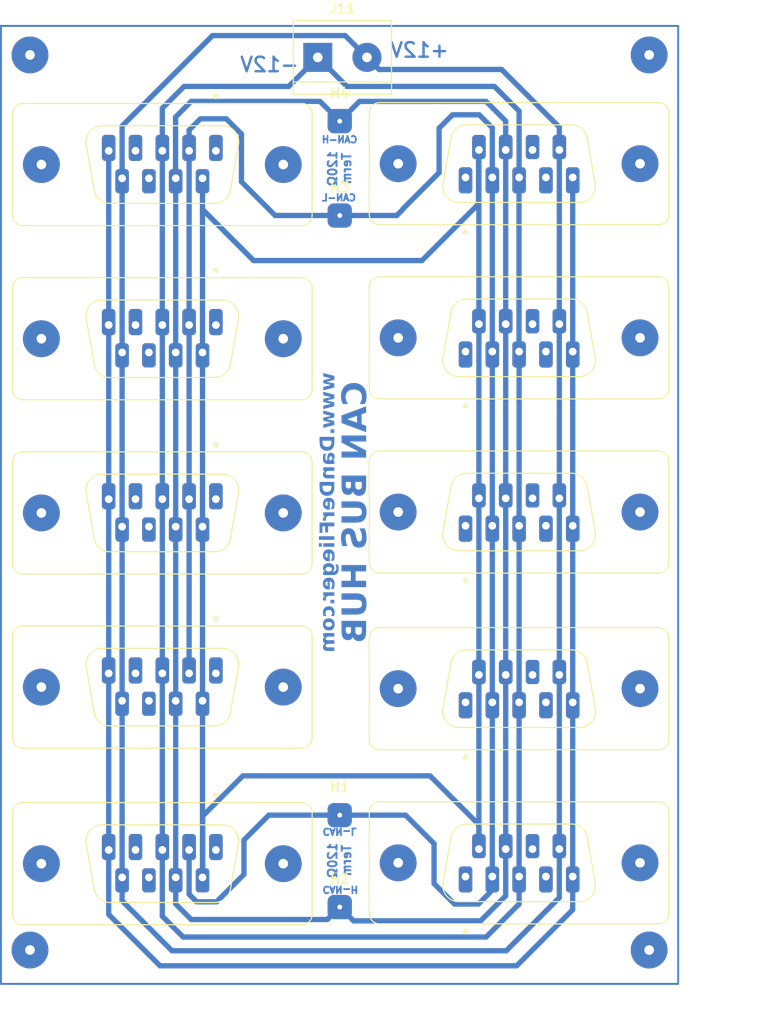
<source format=kicad_pcb>
(kicad_pcb (version 20221018) (generator pcbnew)
  (layers (0 "F.Cu" signal) (31 "B.Cu" signal) (34 "B.Paste" user) (35 "F.Paste" user) (36 "B.SilkS" user "B.Silkscreen") (37 "F.SilkS" user "F.Silkscreen") (38 "B.Mask" user) (39 "F.Mask" user) (44 "Edge.Cuts" user))
  (net 0 "")
  (net 2 "Net-(H1-Pad1)")
  (net 4 "Net-(J1-Pad5)")
  (net 5 "Net-(J1-Pad6)")
  (net 6 "Net-(H2-Pad1)")
  (net 8 "Net-(J11-Pin_2)")
  (net 36 "Net-(J11-Pin_1)")
  (footprint "Library:DSUB-9_Female_Vertical_P2.77x2.84mm_MountingHoles Custom Pads 2" (layer "F.Cu") (at 72.2172 62.9072)
    (fp_text reference "J1" hide)
    (fp_text value "DE9_Receptacle")
    (pad "0" thru_hole circle (at -18.04 1.42) (size 3.81 3.81) (drill 1) (layers "*.Cu" "*.Mask"))
    (pad "0" thru_hole circle (at 6.96 1.42) (size 3.81 3.81) (drill 1) (layers "*.Cu" "*.Mask"))
    (pad "1" thru_hole roundrect (at 0 0) (size 1.4 2.7) (drill 0.8 (offset 0 -0.3)) (layers "*.Cu" "*.Mask"))
    (pad "2" thru_hole roundrect (at -2.77 0) (size 1.4 2.7) (drill 0.8 (offset 0 -0.3)) (layers "*.Cu" "*.Mask") (net 2 "Net-(H1-Pad1)"))
    (pad "3" thru_hole roundrect (at -5.54 0) (size 1.4 2.7) (drill 0.8 (offset 0 -0.3)) (layers "*.Cu" "*.Mask") (net 36 "Net-(J11-Pin_1)"))
    (pad "4" thru_hole roundrect (at -8.31 0) (size 1.4 2.7) (drill 0.8 (offset 0 -0.3)) (layers "*.Cu" "*.Mask"))
    (pad "5" thru_hole roundrect (at -11.08 0) (size 1.4 2.7) (drill 0.8 (offset 0 -0.3)) (layers "*.Cu" "*.Mask") (net 4 "Net-(J1-Pad5)"))
    (pad "6" thru_hole roundrect (at -1.385 2.84) (size 1.4 2.5) (drill 0.8 (offset 0 0.3)) (layers "*.Cu" "*.Mask") (net 5 "Net-(J1-Pad6)"))
    (pad "7" thru_hole roundrect (at -4.155 2.84) (size 1.4 2.5) (drill 0.8 (offset 0 0.3)) (layers "*.Cu" "*.Mask") (net 6 "Net-(H2-Pad1)"))
    (pad "8" thru_hole roundrect (at -6.925 2.84) (size 1.4 2.5) (drill 0.8 (offset 0 0.3)) (layers "*.Cu" "*.Mask"))
    (pad "9" thru_hole roundrect (at -9.695 2.84) (size 1.4 2.5) (drill 0.8 (offset 0 0.3)) (layers "*.Cu" "*.Mask") (net 8 "Net-(J11-Pin_2)"))
  )
  (footprint "MountingHole:MountingHole_2.2mm_M2_DIN965_Pad" (layer "F.Cu") (at 85.0172 69.59)
    (fp_text reference "H3" (at 0 -2.9) (layer "F.SilkS"))
    (fp_text value "MountingHole_Pad")
    (pad "2" thru_hole roundrect (at 0 0) (size 2.5 2.5) (drill 0.5) (layers "*.Cu" "*.Mask") (net 2 "Net-(H1-Pad1)"))
  )
  (footprint "Library:DSUB-9_Female_Vertical_P2.77x2.84mm_MountingHoles Custom Pads 2" (layer "F.Cu") (at 98.0172 101.6572 180)
    (fp_text reference "J8" hide)
    (fp_text value "DE9_Receptacle")
    (pad "0" thru_hole circle (at -18.04 1.42 180) (size 3.81 3.81) (drill 1) (layers "*.Cu" "*.Mask"))
    (pad "0" thru_hole circle (at 6.96 1.42 180) (size 3.81 3.81) (drill 1) (layers "*.Cu" "*.Mask"))
    (pad "1" thru_hole roundrect (at 0 0 180) (size 1.4 2.7) (drill 0.8 (offset 0 -0.3)) (layers "*.Cu" "*.Mask"))
    (pad "2" thru_hole roundrect (at -2.77 0 180) (size 1.4 2.7) (drill 0.8 (offset 0 -0.3)) (layers "*.Cu" "*.Mask") (net 2 "Net-(H1-Pad1)"))
    (pad "3" thru_hole roundrect (at -5.54 0 180) (size 1.4 2.7) (drill 0.8 (offset 0 -0.3)) (layers "*.Cu" "*.Mask") (net 36 "Net-(J11-Pin_1)"))
    (pad "4" thru_hole roundrect (at -8.31 0 180) (size 1.4 2.7) (drill 0.8 (offset 0 -0.3)) (layers "*.Cu" "*.Mask"))
    (pad "5" thru_hole roundrect (at -11.08 0 180) (size 1.4 2.7) (drill 0.8 (offset 0 -0.3)) (layers "*.Cu" "*.Mask") (net 4 "Net-(J1-Pad5)"))
    (pad "6" thru_hole roundrect (at -1.385 2.84 180) (size 1.4 2.5) (drill 0.8 (offset 0 0.3)) (layers "*.Cu" "*.Mask") (net 5 "Net-(J1-Pad6)"))
    (pad "7" thru_hole roundrect (at -4.155 2.84 180) (size 1.4 2.5) (drill 0.8 (offset 0 0.3)) (layers "*.Cu" "*.Mask") (net 6 "Net-(H2-Pad1)"))
    (pad "8" thru_hole roundrect (at -6.925 2.84 180) (size 1.4 2.5) (drill 0.8 (offset 0 0.3)) (layers "*.Cu" "*.Mask"))
    (pad "9" thru_hole roundrect (at -9.695 2.84 180) (size 1.4 2.5) (drill 0.8 (offset 0 0.3)) (layers "*.Cu" "*.Mask") (net 8 "Net-(J11-Pin_2)"))
  )
  (footprint "Library:DSUB-9_Female_Vertical_P2.77x2.84mm_MountingHoles Custom Pads 2" (layer "F.Cu") (at 98.0172 65.6572 180)
    (fp_text reference "J10" hide)
    (fp_text value "DE9_Receptacle")
    (pad "0" thru_hole circle (at -18.04 1.42 180) (size 3.81 3.81) (drill 1) (layers "*.Cu" "*.Mask"))
    (pad "0" thru_hole circle (at 6.96 1.42 180) (size 3.81 3.81) (drill 1) (layers "*.Cu" "*.Mask"))
    (pad "1" thru_hole roundrect (at 0 0 180) (size 1.4 2.7) (drill 0.8 (offset 0 -0.3)) (layers "*.Cu" "*.Mask"))
    (pad "2" thru_hole roundrect (at -2.77 0 180) (size 1.4 2.7) (drill 0.8 (offset 0 -0.3)) (layers "*.Cu" "*.Mask") (net 2 "Net-(H1-Pad1)"))
    (pad "3" thru_hole roundrect (at -5.54 0 180) (size 1.4 2.7) (drill 0.8 (offset 0 -0.3)) (layers "*.Cu" "*.Mask") (net 36 "Net-(J11-Pin_1)"))
    (pad "4" thru_hole roundrect (at -8.31 0 180) (size 1.4 2.7) (drill 0.8 (offset 0 -0.3)) (layers "*.Cu" "*.Mask"))
    (pad "5" thru_hole roundrect (at -11.08 0 180) (size 1.4 2.7) (drill 0.8 (offset 0 -0.3)) (layers "*.Cu" "*.Mask") (net 4 "Net-(J1-Pad5)"))
    (pad "6" thru_hole roundrect (at -1.385 2.84 180) (size 1.4 2.5) (drill 0.8 (offset 0 0.3)) (layers "*.Cu" "*.Mask") (net 5 "Net-(J1-Pad6)"))
    (pad "7" thru_hole roundrect (at -4.155 2.84 180) (size 1.4 2.5) (drill 0.8 (offset 0 0.3)) (layers "*.Cu" "*.Mask") (net 6 "Net-(H2-Pad1)"))
    (pad "8" thru_hole roundrect (at -6.925 2.84 180) (size 1.4 2.5) (drill 0.8 (offset 0 0.3)) (layers "*.Cu" "*.Mask"))
    (pad "9" thru_hole roundrect (at -9.695 2.84 180) (size 1.4 2.5) (drill 0.8 (offset 0 0.3)) (layers "*.Cu" "*.Mask") (net 8 "Net-(J11-Pin_2)"))
  )
  (footprint "TerminalBlock:TerminalBlock_bornier-2_P5.08mm" (layer "F.Cu") (at 82.75 53.25)
    (fp_text reference "J11" (at 2.54 -5.08) (layer "F.SilkS"))
    (fp_text value "Screw_Terminal_01x02")
    (pad "1" thru_hole rect (at 0 0) (size 3 3) (drill 1) (layers "*.Cu" "*.Mask") (net 36 "Net-(J11-Pin_1)"))
    (pad "2" thru_hole circle (at 5.08 0) (size 3 3) (drill 1) (layers "*.Cu" "*.Mask") (net 8 "Net-(J11-Pin_2)"))
  )
  (footprint "Library:DSUB-9_Female_Vertical_P2.77x2.84mm_MountingHoles Custom Pads 2" (layer "F.Cu") (at 98.0172 83.6572 180)
    (fp_text reference "J9" hide)
    (fp_text value "DE9_Receptacle")
    (pad "0" thru_hole circle (at -18.04 1.42 180) (size 3.81 3.81) (drill 1) (layers "*.Cu" "*.Mask"))
    (pad "0" thru_hole circle (at 6.96 1.42 180) (size 3.81 3.81) (drill 1) (layers "*.Cu" "*.Mask"))
    (pad "1" thru_hole roundrect (at 0 0 180) (size 1.4 2.7) (drill 0.8 (offset 0 -0.3)) (layers "*.Cu" "*.Mask"))
    (pad "2" thru_hole roundrect (at -2.77 0 180) (size 1.4 2.7) (drill 0.8 (offset 0 -0.3)) (layers "*.Cu" "*.Mask") (net 2 "Net-(H1-Pad1)"))
    (pad "3" thru_hole roundrect (at -5.54 0 180) (size 1.4 2.7) (drill 0.8 (offset 0 -0.3)) (layers "*.Cu" "*.Mask") (net 36 "Net-(J11-Pin_1)"))
    (pad "4" thru_hole roundrect (at -8.31 0 180) (size 1.4 2.7) (drill 0.8 (offset 0 -0.3)) (layers "*.Cu" "*.Mask"))
    (pad "5" thru_hole roundrect (at -11.08 0 180) (size 1.4 2.7) (drill 0.8 (offset 0 -0.3)) (layers "*.Cu" "*.Mask") (net 4 "Net-(J1-Pad5)"))
    (pad "6" thru_hole roundrect (at -1.385 2.84 180) (size 1.4 2.5) (drill 0.8 (offset 0 0.3)) (layers "*.Cu" "*.Mask") (net 5 "Net-(J1-Pad6)"))
    (pad "7" thru_hole roundrect (at -4.155 2.84 180) (size 1.4 2.5) (drill 0.8 (offset 0 0.3)) (layers "*.Cu" "*.Mask") (net 6 "Net-(H2-Pad1)"))
    (pad "8" thru_hole roundrect (at -6.925 2.84 180) (size 1.4 2.5) (drill 0.8 (offset 0 0.3)) (layers "*.Cu" "*.Mask"))
    (pad "9" thru_hole roundrect (at -9.695 2.84 180) (size 1.4 2.5) (drill 0.8 (offset 0 0.3)) (layers "*.Cu" "*.Mask") (net 8 "Net-(J11-Pin_2)"))
  )
  (footprint "Library:DSUB-9_Female_Vertical_P2.77x2.84mm_MountingHoles Custom Pads 2" (layer "F.Cu") (at 72.2172 80.9072)
    (fp_text reference "J2" hide)
    (fp_text value "DE9_Receptacle")
    (pad "0" thru_hole circle (at -18.04 1.42) (size 3.81 3.81) (drill 1) (layers "*.Cu" "*.Mask"))
    (pad "0" thru_hole circle (at 6.96 1.42) (size 3.81 3.81) (drill 1) (layers "*.Cu" "*.Mask"))
    (pad "1" thru_hole roundrect (at 0 0) (size 1.4 2.7) (drill 0.8 (offset 0 -0.3)) (layers "*.Cu" "*.Mask"))
    (pad "2" thru_hole roundrect (at -2.77 0) (size 1.4 2.7) (drill 0.8 (offset 0 -0.3)) (layers "*.Cu" "*.Mask") (net 2 "Net-(H1-Pad1)"))
    (pad "3" thru_hole roundrect (at -5.54 0) (size 1.4 2.7) (drill 0.8 (offset 0 -0.3)) (layers "*.Cu" "*.Mask") (net 36 "Net-(J11-Pin_1)"))
    (pad "4" thru_hole roundrect (at -8.31 0) (size 1.4 2.7) (drill 0.8 (offset 0 -0.3)) (layers "*.Cu" "*.Mask"))
    (pad "5" thru_hole roundrect (at -11.08 0) (size 1.4 2.7) (drill 0.8 (offset 0 -0.3)) (layers "*.Cu" "*.Mask") (net 4 "Net-(J1-Pad5)"))
    (pad "6" thru_hole roundrect (at -1.385 2.84) (size 1.4 2.5) (drill 0.8 (offset 0 0.3)) (layers "*.Cu" "*.Mask") (net 5 "Net-(J1-Pad6)"))
    (pad "7" thru_hole roundrect (at -4.155 2.84) (size 1.4 2.5) (drill 0.8 (offset 0 0.3)) (layers "*.Cu" "*.Mask") (net 6 "Net-(H2-Pad1)"))
    (pad "8" thru_hole roundrect (at -6.925 2.84) (size 1.4 2.5) (drill 0.8 (offset 0 0.3)) (layers "*.Cu" "*.Mask"))
    (pad "9" thru_hole roundrect (at -9.695 2.84) (size 1.4 2.5) (drill 0.8 (offset 0 0.3)) (layers "*.Cu" "*.Mask") (net 8 "Net-(J11-Pin_2)"))
  )
  (footprint "Library:DSUB-9_Female_Vertical_P2.77x2.84mm_MountingHoles Custom Pads 2" (layer "F.Cu") (at 98.0172 119.9072 180)
    (fp_text reference "J7" hide)
    (fp_text value "DE9_Receptacle")
    (pad "0" thru_hole circle (at -18.04 1.42 180) (size 3.81 3.81) (drill 1) (layers "*.Cu" "*.Mask"))
    (pad "0" thru_hole circle (at 6.96 1.42 180) (size 3.81 3.81) (drill 1) (layers "*.Cu" "*.Mask"))
    (pad "1" thru_hole roundrect (at 0 0 180) (size 1.4 2.7) (drill 0.8 (offset 0 -0.3)) (layers "*.Cu" "*.Mask"))
    (pad "2" thru_hole roundrect (at -2.77 0 180) (size 1.4 2.7) (drill 0.8 (offset 0 -0.3)) (layers "*.Cu" "*.Mask") (net 2 "Net-(H1-Pad1)"))
    (pad "3" thru_hole roundrect (at -5.54 0 180) (size 1.4 2.7) (drill 0.8 (offset 0 -0.3)) (layers "*.Cu" "*.Mask") (net 36 "Net-(J11-Pin_1)"))
    (pad "4" thru_hole roundrect (at -8.31 0 180) (size 1.4 2.7) (drill 0.8 (offset 0 -0.3)) (layers "*.Cu" "*.Mask"))
    (pad "5" thru_hole roundrect (at -11.08 0 180) (size 1.4 2.7) (drill 0.8 (offset 0 -0.3)) (layers "*.Cu" "*.Mask") (net 4 "Net-(J1-Pad5)"))
    (pad "6" thru_hole roundrect (at -1.385 2.84 180) (size 1.4 2.5) (drill 0.8 (offset 0 0.3)) (layers "*.Cu" "*.Mask") (net 5 "Net-(J1-Pad6)"))
    (pad "7" thru_hole roundrect (at -4.155 2.84 180) (size 1.4 2.5) (drill 0.8 (offset 0 0.3)) (layers "*.Cu" "*.Mask") (net 6 "Net-(H2-Pad1)"))
    (pad "8" thru_hole roundrect (at -6.925 2.84 180) (size 1.4 2.5) (drill 0.8 (offset 0 0.3)) (layers "*.Cu" "*.Mask"))
    (pad "9" thru_hole roundrect (at -9.695 2.84 180) (size 1.4 2.5) (drill 0.8 (offset 0 0.3)) (layers "*.Cu" "*.Mask") (net 8 "Net-(J11-Pin_2)"))
  )
  (footprint "MountingHole:MountingHole_2.2mm_M2_DIN965_Pad" (layer "F.Cu") (at 85.0172 141.062)
    (fp_text reference "H2" (at 0 -2.9) (layer "F.SilkS"))
    (fp_text value "MountingHole_Pad")
    (pad "4" thru_hole roundrect (at 0 0) (size 2.5 2.5) (drill 0.5) (layers "*.Cu" "*.Mask") (net 6 "Net-(H2-Pad1)"))
  )
  (footprint "Library:DSUB-9_Female_Vertical_P2.77x2.84mm_MountingHoles Custom Pads 2" (layer "F.Cu") (at 98.0172 137.9072 180)
    (fp_text reference "J6" hide)
    (fp_text value "DE9_Receptacle")
    (pad "0" thru_hole circle (at -18.04 1.42 180) (size 3.81 3.81) (drill 1) (layers "*.Cu" "*.Mask"))
    (pad "0" thru_hole circle (at 6.96 1.42 180) (size 3.81 3.81) (drill 1) (layers "*.Cu" "*.Mask"))
    (pad "1" thru_hole roundrect (at 0 0 180) (size 1.4 2.7) (drill 0.8 (offset 0 -0.3)) (layers "*.Cu" "*.Mask"))
    (pad "2" thru_hole roundrect (at -2.77 0 180) (size 1.4 2.7) (drill 0.8 (offset 0 -0.3)) (layers "*.Cu" "*.Mask") (net 2 "Net-(H1-Pad1)"))
    (pad "3" thru_hole roundrect (at -5.54 0 180) (size 1.4 2.7) (drill 0.8 (offset 0 -0.3)) (layers "*.Cu" "*.Mask") (net 36 "Net-(J11-Pin_1)"))
    (pad "4" thru_hole roundrect (at -8.31 0 180) (size 1.4 2.7) (drill 0.8 (offset 0 -0.3)) (layers "*.Cu" "*.Mask"))
    (pad "5" thru_hole roundrect (at -11.08 0 180) (size 1.4 2.7) (drill 0.8 (offset 0 -0.3)) (layers "*.Cu" "*.Mask") (net 4 "Net-(J1-Pad5)"))
    (pad "6" thru_hole roundrect (at -1.385 2.84 180) (size 1.4 2.5) (drill 0.8 (offset 0 0.3)) (layers "*.Cu" "*.Mask") (net 5 "Net-(J1-Pad6)"))
    (pad "7" thru_hole roundrect (at -4.155 2.84 180) (size 1.4 2.5) (drill 0.8 (offset 0 0.3)) (layers "*.Cu" "*.Mask") (net 6 "Net-(H2-Pad1)"))
    (pad "8" thru_hole roundrect (at -6.925 2.84 180) (size 1.4 2.5) (drill 0.8 (offset 0 0.3)) (layers "*.Cu" "*.Mask"))
    (pad "9" thru_hole roundrect (at -9.695 2.84 180) (size 1.4 2.5) (drill 0.8 (offset 0 0.3)) (layers "*.Cu" "*.Mask") (net 8 "Net-(J11-Pin_2)"))
  )
  (footprint "MountingHole:MountingHole_2.2mm_M2_DIN965_Pad" (layer "F.Cu") (at 85.0172 59.84)
    (fp_text reference "H4" (at 0 -2.9) (layer "F.SilkS"))
    (fp_text value "MountingHole_Pad")
    (pad "1" thru_hole roundrect (at 0 0) (size 2.5 2.5) (drill 0.5) (layers "*.Cu" "*.Mask") (net 6 "Net-(H2-Pad1)"))
  )
  (footprint "Library:DSUB-9_Female_Vertical_P2.77x2.84mm_MountingHoles Custom Pads 2" (layer "F.Cu") (at 72.2172 116.9072)
    (fp_text reference "J4" hide)
    (fp_text value "DE9_Receptacle")
    (pad "0" thru_hole circle (at -18.04 1.42) (size 3.81 3.81) (drill 1) (layers "*.Cu" "*.Mask"))
    (pad "0" thru_hole circle (at 6.96 1.42) (size 3.81 3.81) (drill 1) (layers "*.Cu" "*.Mask"))
    (pad "1" thru_hole roundrect (at 0 0) (size 1.4 2.7) (drill 0.8 (offset 0 -0.3)) (layers "*.Cu" "*.Mask"))
    (pad "2" thru_hole roundrect (at -2.77 0) (size 1.4 2.7) (drill 0.8 (offset 0 -0.3)) (layers "*.Cu" "*.Mask") (net 2 "Net-(H1-Pad1)"))
    (pad "3" thru_hole roundrect (at -5.54 0) (size 1.4 2.7) (drill 0.8 (offset 0 -0.3)) (layers "*.Cu" "*.Mask") (net 36 "Net-(J11-Pin_1)"))
    (pad "4" thru_hole roundrect (at -8.31 0) (size 1.4 2.7) (drill 0.8 (offset 0 -0.3)) (layers "*.Cu" "*.Mask"))
    (pad "5" thru_hole roundrect (at -11.08 0) (size 1.4 2.7) (drill 0.8 (offset 0 -0.3)) (layers "*.Cu" "*.Mask") (net 4 "Net-(J1-Pad5)"))
    (pad "6" thru_hole roundrect (at -1.385 2.84) (size 1.4 2.5) (drill 0.8 (offset 0 0.3)) (layers "*.Cu" "*.Mask") (net 5 "Net-(J1-Pad6)"))
    (pad "7" thru_hole roundrect (at -4.155 2.84) (size 1.4 2.5) (drill 0.8 (offset 0 0.3)) (layers "*.Cu" "*.Mask") (net 6 "Net-(H2-Pad1)"))
    (pad "8" thru_hole roundrect (at -6.925 2.84) (size 1.4 2.5) (drill 0.8 (offset 0 0.3)) (layers "*.Cu" "*.Mask"))
    (pad "9" thru_hole roundrect (at -9.695 2.84) (size 1.4 2.5) (drill 0.8 (offset 0 0.3)) (layers "*.Cu" "*.Mask") (net 8 "Net-(J11-Pin_2)"))
  )
  (footprint "Library:DSUB-9_Female_Vertical_P2.77x2.84mm_MountingHoles Custom Pads 2" (layer "F.Cu") (at 72.2172 98.9072)
    (fp_text reference "J3" hide)
    (fp_text value "DE9_Receptacle")
    (pad "0" thru_hole circle (at -18.04 1.42) (size 3.81 3.81) (drill 1) (layers "*.Cu" "*.Mask"))
    (pad "0" thru_hole circle (at 6.96 1.42) (size 3.81 3.81) (drill 1) (layers "*.Cu" "*.Mask"))
    (pad "1" thru_hole roundrect (at 0 0) (size 1.4 2.7) (drill 0.8 (offset 0 -0.3)) (layers "*.Cu" "*.Mask"))
    (pad "2" thru_hole roundrect (at -2.77 0) (size 1.4 2.7) (drill 0.8 (offset 0 -0.3)) (layers "*.Cu" "*.Mask") (net 2 "Net-(H1-Pad1)"))
    (pad "3" thru_hole roundrect (at -5.54 0) (size 1.4 2.7) (drill 0.8 (offset 0 -0.3)) (layers "*.Cu" "*.Mask") (net 36 "Net-(J11-Pin_1)"))
    (pad "4" thru_hole roundrect (at -8.31 0) (size 1.4 2.7) (drill 0.8 (offset 0 -0.3)) (layers "*.Cu" "*.Mask"))
    (pad "5" thru_hole roundrect (at -11.08 0) (size 1.4 2.7) (drill 0.8 (offset 0 -0.3)) (layers "*.Cu" "*.Mask") (net 4 "Net-(J1-Pad5)"))
    (pad "6" thru_hole roundrect (at -1.385 2.84) (size 1.4 2.5) (drill 0.8 (offset 0 0.3)) (layers "*.Cu" "*.Mask") (net 5 "Net-(J1-Pad6)"))
    (pad "7" thru_hole roundrect (at -4.155 2.84) (size 1.4 2.5) (drill 0.8 (offset 0 0.3)) (layers "*.Cu" "*.Mask") (net 6 "Net-(H2-Pad1)"))
    (pad "8" thru_hole roundrect (at -6.925 2.84) (size 1.4 2.5) (drill 0.8 (offset 0 0.3)) (layers "*.Cu" "*.Mask"))
    (pad "9" thru_hole roundrect (at -9.695 2.84) (size 1.4 2.5) (drill 0.8 (offset 0 0.3)) (layers "*.Cu" "*.Mask") (net 8 "Net-(J11-Pin_2)"))
  )
  (footprint "Library:DSUB-9_Female_Vertical_P2.77x2.84mm_MountingHoles Custom Pads 2" (layer "F.Cu") (at 72.2172 135.1572)
    (fp_text reference "J5" hide)
    (fp_text value "DE9_Receptacle")
    (pad "0" thru_hole circle (at -18.04 1.42) (size 3.81 3.81) (drill 1) (layers "*.Cu" "*.Mask"))
    (pad "0" thru_hole circle (at 6.96 1.42) (size 3.81 3.81) (drill 1) (layers "*.Cu" "*.Mask"))
    (pad "1" thru_hole roundrect (at 0 0) (size 1.4 2.7) (drill 0.8 (offset 0 -0.3)) (layers "*.Cu" "*.Mask"))
    (pad "2" thru_hole roundrect (at -2.77 0) (size 1.4 2.7) (drill 0.8 (offset 0 -0.3)) (layers "*.Cu" "*.Mask") (net 2 "Net-(H1-Pad1)"))
    (pad "3" thru_hole roundrect (at -5.54 0) (size 1.4 2.7) (drill 0.8 (offset 0 -0.3)) (layers "*.Cu" "*.Mask") (net 36 "Net-(J11-Pin_1)"))
    (pad "4" thru_hole roundrect (at -8.31 0) (size 1.4 2.7) (drill 0.8 (offset 0 -0.3)) (layers "*.Cu" "*.Mask"))
    (pad "5" thru_hole roundrect (at -11.08 0) (size 1.4 2.7) (drill 0.8 (offset 0 -0.3)) (layers "*.Cu" "*.Mask") (net 4 "Net-(J1-Pad5)"))
    (pad "6" thru_hole roundrect (at -1.385 2.84) (size 1.4 2.5) (drill 0.8 (offset 0 0.3)) (layers "*.Cu" "*.Mask") (net 5 "Net-(J1-Pad6)"))
    (pad "7" thru_hole roundrect (at -4.155 2.84) (size 1.4 2.5) (drill 0.8 (offset 0 0.3)) (layers "*.Cu" "*.Mask") (net 6 "Net-(H2-Pad1)"))
    (pad "8" thru_hole roundrect (at -6.925 2.84) (size 1.4 2.5) (drill 0.8 (offset 0 0.3)) (layers "*.Cu" "*.Mask"))
    (pad "9" thru_hole roundrect (at -9.695 2.84) (size 1.4 2.5) (drill 0.8 (offset 0 0.3)) (layers "*.Cu" "*.Mask") (net 8 "Net-(J11-Pin_2)"))
  )
  (footprint "MountingHole:MountingHole_2.2mm_M2_DIN965_Pad" (layer "F.Cu") (at 85.0172 131.562)
    (fp_text reference "H1" (at 0 -2.9) (layer "F.SilkS"))
    (fp_text value "MountingHole_Pad")
    (pad "3" thru_hole roundrect (at 0 0) (size 2.5 2.5) (drill 0.5) (layers "*.Cu" "*.Mask") (net 2 "Net-(H1-Pad1)"))
  )
  (gr_rect (start 50 50) (end 120 149) (stroke (width 0.2)) (fill none) (layer "B.Cu"))
  (gr_text "CAN-H" (at 85.0772 139.25 180) (layer "B.Cu") (effects (font (size 0.7 0.7) (thickness 0.175) bold) (justify mirror)))
  (gr_text "CAN BUS HUB" (at 86.7072 100.2772 90) (layer "B.Cu") (effects (font (size 2.5 2.5)) (justify mirror)))
  (gr_text "CAN-H" (at 85 61.75) (layer "B.Cu") (effects (font (size 0.7 0.7) (thickness 0.175) bold) (justify mirror)))
  (gr_text "120Ω\nTerm" (at 84.9972 136.25 90) (layer "B.Cu") (effects (font (size 0.9 0.9) (thickness 0.2) bold) (justify mirror)))
  (gr_text "CAN-L" (at 84.9372 67.75) (layer "B.Cu") (effects (font (size 0.7 0.7) (thickness 0.175) bold) (justify mirror)))
  (gr_text "+12V" (at 93.25 52.5) (layer "B.Cu") (effects (font (size 1.5 1.5) (thickness 0.25) bold) (justify mirror)))
  (gr_text "CAN-L" (at 85 133.25 180) (layer "B.Cu") (effects (font (size 0.7 0.7) (thickness 0.175) bold) (justify mirror)))
  (gr_text "www.DanDerFlieger.com" (at 83.8372 100.2772 90) (layer "B.Cu") (effects (font (size 1.5 1.5)) (justify mirror)))
  (gr_text "-12V" (at 77.75 54) (layer "B.Cu") (effects (font (size 1.5 1.5) (thickness 0.25) bold) (justify mirror)))
  (gr_text "120Ω\nTerm" (at 85 64.75 90) (layer "B.Cu") (effects (font (size 0.9 0.9) (thickness 0.2) bold) (justify mirror)))
  (via (at 117 145.5) (size 3.81) (drill 1) (layers "F.Cu" "B.Cu") (net 0))
  (via (at 53 145.5) (size 3.81) (drill 1) (layers "F.Cu" "B.Cu") (net 0))
  (via (at 53 53) (size 3.81) (drill 1) (layers "F.Cu" "B.Cu") (net 0))
  (via (at 117 53) (size 3.81) (drill 1) (layers "F.Cu" "B.Cu") (net 0))
  (segment (start 99.4372 59.1872) (end 96.6672 59.1872) (width 0.55) (layer "B.Cu") (net 2))
  (segment (start 100.7872 65.6572) (end 100.7872 83.6572) (width 0.55) (layer "B.Cu") (net 2))
  (segment (start 77.688 131.562) (end 85.0172 131.562) (width 0.55) (layer "B.Cu") (net 2))
  (segment (start 85.0172 69.59) (end 78.34 69.59) (width 0.55) (layer "B.Cu") (net 2))
  (segment (start 96.6672 59.1872) (end 95.2872 60.5672) (width 0.55) (layer "B.Cu") (net 2))
  (segment (start 90.91 69.59) (end 85.0172 69.59) (width 0.55) (layer "B.Cu") (net 2))
  (segment (start 94.7672 138.6372) (end 96.8772 140.7472) (width 0.55) (layer "B.Cu") (net 2))
  (segment (start 100.7872 83.6572) (end 100.7872 101.6572) (width 0.55) (layer "B.Cu") (net 2))
  (segment (start 75.1172 137.6872) (end 75.1172 134.1328) (width 0.55) (layer "B.Cu") (net 2))
  (segment (start 70.6172 59.5972) (end 69.4472 60.7672) (width 0.55) (layer "B.Cu") (net 2))
  (segment (start 91.5464 68.9072) (end 91.5464 68.9536) (width 0.55) (layer "B.Cu") (net 2))
  (segment (start 69.4472 80.9072) (end 69.4472 98.9072) (width 0.55) (layer "B.Cu") (net 2))
  (segment (start 100.7872 119.9072) (end 100.7872 137.9072) (width 0.55) (layer "B.Cu") (net 2))
  (segment (start 85.0172 131.562) (end 91.822 131.562) (width 0.55) (layer "B.Cu") (net 2))
  (segment (start 69.4472 98.9072) (end 69.4472 116.9072) (width 0.55) (layer "B.Cu") (net 2))
  (segment (start 78.34 69.59) (end 74.8572 66.1072) (width 0.55) (layer "B.Cu") (net 2))
  (segment (start 69.4472 135.1572) (end 69.4472 139.7372) (width 0.55) (layer "B.Cu") (net 2))
  (segment (start 69.4472 139.7372) (end 70.2272 140.5172) (width 0.55) (layer "B.Cu") (net 2))
  (segment (start 100.7872 65.6572) (end 100.7872 60.5372) (width 0.55) (layer "B.Cu") (net 2))
  (segment (start 73.2872 59.5972) (end 70.6172 59.5972) (width 0.55) (layer "B.Cu") (net 2))
  (segment (start 74.8572 61.1672) (end 73.2872 59.5972) (width 0.55) (layer "B.Cu") (net 2))
  (segment (start 91.5464 68.9536) (end 90.91 69.59) (width 0.55) (layer "B.Cu") (net 2))
  (segment (start 72.2872 140.5172) (end 75.1172 137.6872) (width 0.55) (layer "B.Cu") (net 2))
  (segment (start 95.2872 65.1664) (end 91.5464 68.9072) (width 0.55) (layer "B.Cu") (net 2))
  (segment (start 100.7872 101.6572) (end 100.7872 119.9072) (width 0.55) (layer "B.Cu") (net 2))
  (segment (start 95.2872 60.5672) (end 95.2872 65.1664) (width 0.55) (layer "B.Cu") (net 2))
  (segment (start 69.4472 62.9072) (end 69.4472 80.9072) (width 0.55) (layer "B.Cu") (net 2))
  (segment (start 99.3522 140.7472) (end 100.5872 139.5122) (width 0.55) (layer "B.Cu") (net 2))
  (segment (start 94.7672 134.5072) (end 94.7672 138.6372) (width 0.55) (layer "B.Cu") (net 2))
  (segment (start 96.8772 140.7472) (end 99.3522 140.7472) (width 0.55) (layer "B.Cu") (net 2))
  (segment (start 100.7872 60.5372) (end 99.4372 59.1872) (width 0.55) (layer "B.Cu") (net 2))
  (segment (start 91.822 131.562) (end 94.7672 134.5072) (width 0.55) (layer "B.Cu") (net 2))
  (segment (start 69.4472 60.7672) (end 69.4472 62.9072) (width 0.55) (layer "B.Cu") (net 2))
  (segment (start 74.8572 66.1072) (end 74.8572 61.1672) (width 0.55) (layer "B.Cu") (net 2))
  (segment (start 70.2272 140.5172) (end 72.2872 140.5172) (width 0.55) (layer "B.Cu") (net 2))
  (segment (start 75.1172 134.1328) (end 77.688 131.562) (width 0.55) (layer "B.Cu") (net 2))
  (segment (start 61.1372 62.9072) (end 61.1372 80.9072) (width 0.55) (layer "B.Cu") (net 4))
  (segment (start 66.4372 147.1272) (end 103.3072 147.1272) (width 0.55) (layer "B.Cu") (net 4))
  (segment (start 61.1372 116.9072) (end 61.1372 135.1572) (width 0.55) (layer "B.Cu") (net 4))
  (segment (start 61.1372 80.9072) (end 61.1372 98.9072) (width 0.55) (layer "B.Cu") (net 4))
  (segment (start 103.3072 147.1272) (end 109.0972 141.3372) (width 0.55) (layer "B.Cu") (net 4))
  (segment (start 61.1372 98.9072) (end 61.1372 116.9072) (width 0.55) (layer "B.Cu") (net 4))
  (segment (start 61.1372 135.1572) (end 61.1372 141.8272) (width 0.55) (layer "B.Cu") (net 4))
  (segment (start 109.0972 141.3372) (end 109.0972 137.9072) (width 0.55) (layer "B.Cu") (net 4))
  (segment (start 109.0972 83.6572) (end 109.0972 101.6572) (width 0.55) (layer "B.Cu") (net 4))
  (segment (start 109.0972 65.6572) (end 109.0972 83.6572) (width 0.55) (layer "B.Cu") (net 4))
  (segment (start 109.0972 101.6572) (end 109.0972 119.9072) (width 0.55) (layer "B.Cu") (net 4))
  (segment (start 61.1372 141.8272) (end 66.4372 147.1272) (width 0.55) (layer "B.Cu") (net 4))
  (segment (start 109.0972 119.9072) (end 109.0972 137.9072) (width 0.55) (layer "B.Cu") (net 4))
  (segment (start 99.4022 80.8172) (end 99.4022 98.8172) (width 0.55) (layer "B.Cu") (net 5))
  (segment (start 76.115 74.25) (end 70.8322 68.9672) (width 0.55) (layer "B.Cu") (net 5))
  (segment (start 99.4022 132.5522) (end 94.35 127.5) (width 0.55) (layer "B.Cu") (net 5))
  (segment (start 99.4022 80.8172) (end 99.4022 62.8172) (width 0.55) (layer "B.Cu") (net 5))
  (segment (start 99.4022 98.8172) (end 99.4022 117.0672) (width 0.55) (layer "B.Cu") (net 5))
  (segment (start 99.3672 62.8522) (end 99.3672 68.3972) (width 0.55) (layer "B.Cu") (net 5))
  (segment (start 70.8322 83.7472) (end 70.8322 65.7472) (width 0.55) (layer "B.Cu") (net 5))
  (segment (start 70.8322 119.7472) (end 70.8322 137.9972) (width 0.55) (layer "B.Cu") (net 5))
  (segment (start 70.8322 83.7472) (end 70.8322 101.7472) (width 0.55) (layer "B.Cu") (net 5))
  (segment (start 70.8322 101.7472) (end 70.8322 119.7472) (width 0.55) (layer "B.Cu") (net 5))
  (segment (start 70.8322 68.9672) (end 70.8322 68.9372) (width 0.55) (layer "B.Cu") (net 5))
  (segment (start 94.35 127.5) (end 75.0044 127.5) (width 0.55) (layer "B.Cu") (net 5))
  (segment (start 99.3672 68.3972) (end 93.5144 74.25) (width 0.55) (layer "B.Cu") (net 5))
  (segment (start 99.4022 135.0672) (end 99.4022 132.5522) (width 0.55) (layer "B.Cu") (net 5))
  (segment (start 75.0044 127.5) (end 70.8572 131.6472) (width 0.55) (layer "B.Cu") (net 5))
  (segment (start 99.3672 133.6222) (end 99.2022 133.7872) (width 0.55) (layer "B.Cu") (net 5))
  (segment (start 93.5144 74.25) (end 76.115 74.25) (width 0.55) (layer "B.Cu") (net 5))
  (segment (start 70.8572 131.6472) (end 70.8572 137.9722) (width 0.55) (layer "B.Cu") (net 5))
  (segment (start 99.4022 117.0672) (end 99.4022 135.0672) (width 0.55) (layer "B.Cu") (net 5))
  (segment (start 70.8572 137.9722) (end 70.8322 137.9972) (width 0.55) (layer "B.Cu") (net 5))
  (segment (start 99.4022 62.8172) (end 99.3672 62.8522) (width 0.55) (layer "B.Cu") (net 5))
  (segment (start 99.5772 142.4872) (end 86.4424 142.4872) (width 0.55) (layer "B.Cu") (net 6))
  (segment (start 102.1722 117.0672) (end 102.1722 135.0672) (width 0.55) (layer "B.Cu") (net 6))
  (segment (start 85.0128 140.5128) (end 85.0128 140.4916) (width 0.55) (layer "B.Cu") (net 6))
  (segment (start 68.0622 140.7422) (end 68.0622 137.9972) (width 0.55) (layer "B.Cu") (net 6))
  (segment (start 68.0622 119.7472) (end 68.0622 137.9972) (width 0.55) (layer "B.Cu") (net 6))
  (segment (start 68.0622 65.7472) (end 68.0622 83.7472) (width 0.55) (layer "B.Cu") (net 6))
  (segment (start 68.0472 59.4172) (end 69.6672 57.7972) (width 0.55) (layer "B.Cu") (net 6))
  (segment (start 68.0472 65.7322) (end 68.0472 59.4172) (width 0.55) (layer "B.Cu") (net 6))
  (segment (start 102.1722 98.8172) (end 102.1722 117.0672) (width 0.55) (layer "B.Cu") (net 6))
  (segment (start 87.06 57.7972) (end 100.1372 57.7972) (width 0.55) (layer "B.Cu") (net 6))
  (segment (start 69.6672 142.3472) (end 68.0622 140.7422) (width 0.55) (layer "B.Cu") (net 6))
  (segment (start 68.0472 63.0322) (end 68.0622 63.0172) (width 0.55) (layer "B.Cu") (net 6))
  (segment (start 85.0172 59.84) (end 87.06 57.7972) (width 0.55) (layer "B.Cu") (net 6))
  (segment (start 102.1722 139.8922) (end 99.5772 142.4872) (width 0.55) (layer "B.Cu") (net 6))
  (segment (start 102.1722 59.8322) (end 102.1722 62.8172) (width 0.55) (layer "B.Cu") (net 6))
  (segment (start 102.1722 135.0672) (end 102.1722 139.8922) (width 0.55) (layer "B.Cu") (net 6))
  (segment (start 102.1722 80.8172) (end 102.1722 98.8172) (width 0.55) (layer "B.Cu") (net 6))
  (segment (start 86.4424 142.4872) (end 85.0172 141.062) (width 0.55) (layer "B.Cu") (net 6))
  (segment (start 68.0622 65.7472) (end 68.0472 65.7322) (width 0.55) (layer "B.Cu") (net 6))
  (segment (start 102.1722 62.8172) (end 102.1722 80.8172) (width 0.55) (layer "B.Cu") (net 6))
  (segment (start 69.6672 57.7972) (end 82.9744 57.7972) (width 0.55) (layer "B.Cu") (net 6))
  (segment (start 85.0172 141.062) (end 83.732 142.3472) (width 0.55) (layer "B.Cu") (net 6))
  (segment (start 68.0622 83.7472) (end 68.0622 101.7472) (width 0.55) (layer "B.Cu") (net 6))
  (segment (start 68.0622 101.7472) (end 68.0622 119.7472) (width 0.55) (layer "B.Cu") (net 6))
  (segment (start 100.1372 57.7972) (end 102.1722 59.8322) (width 0.55) (layer "B.Cu") (net 6))
  (segment (start 82.9744 57.7972) (end 85.0172 59.84) (width 0.55) (layer "B.Cu") (net 6))
  (segment (start 83.732 142.3472) (end 69.6672 142.3472) (width 0.55) (layer "B.Cu") (net 6))
  (segment (start 89.08 54.5) (end 101.75 54.5) (width 0.55) (layer "B.Cu") (net 8))
  (segment (start 62.5222 60.3422) (end 71.8644 51) (width 0.55) (layer "B.Cu") (net 8))
  (segment (start 107.7122 98.8172) (end 107.7122 117.0672) (width 0.55) (layer "B.Cu") (net 8))
  (segment (start 107.7122 62.8172) (end 107.7122 80.8172) (width 0.55) (layer "B.Cu") (net 8))
  (segment (start 67.6772 145.5772) (end 62.5222 140.4222) (width 0.55) (layer "B.Cu") (net 8))
  (segment (start 62.5222 65.7472) (end 62.5222 83.7472) (width 0.55) (layer "B.Cu") (net 8))
  (segment (start 62.5222 83.7472) (end 62.5222 101.7472) (width 0.55) (layer "B.Cu") (net 8))
  (segment (start 107.7122 140.0922) (end 102.2272 145.5772) (width 0.55) (layer "B.Cu") (net 8))
  (segment (start 107.7122 80.8172) (end 107.7122 98.8172) (width 0.55) (layer "B.Cu") (net 8))
  (segment (start 107.7122 60.4622) (end 107.7122 62.8172) (width 0.55) (layer "B.Cu") (net 8))
  (segment (start 62.5222 65.7472) (end 62.5222 60.3422) (width 0.55) (layer "B.Cu") (net 8))
  (segment (start 62.5222 119.7472) (end 62.5222 137.9972) (width 0.55) (layer "B.Cu") (net 8))
  (segment (start 101.75 54.5) (end 107.7122 60.4622) (width 0.55) (layer "B.Cu") (net 8))
  (segment (start 62.5222 140.4222) (end 62.5222 137.9972) (width 0.55) (layer "B.Cu") (net 8))
  (segment (start 71.8644 51) (end 85.58 51) (width 0.55) (layer "B.Cu") (net 8))
  (segment (start 102.2272 145.5772) (end 67.6772 145.5772) (width 0.55) (layer "B.Cu") (net 8))
  (segment (start 87.83 53.25) (end 89.08 54.5) (width 0.55) (layer "B.Cu") (net 8))
  (segment (start 62.5222 101.7472) (end 62.5222 119.7472) (width 0.55) (layer "B.Cu") (net 8))
  (segment (start 107.7122 117.0672) (end 107.7122 135.0672) (width 0.55) (layer "B.Cu") (net 8))
  (segment (start 107.7122 135.0672) (end 107.7122 140.0922) (width 0.55) (layer "B.Cu") (net 8))
  (segment (start 85.58 51) (end 87.83 53.25) (width 0.55) (layer "B.Cu") (net 8))
  (segment (start 103.5572 65.6572) (end 103.5472 65.6672) (width 0.55) (layer "B.Cu") (net 36))
  (segment (start 82.75 53.25) (end 79.75 56.25) (width 0.55) (layer "B.Cu") (net 36))
  (segment (start 100.1472 144.1572) (end 103.5572 140.7472) (width 0.55) (layer "B.Cu") (net 36))
  (segment (start 101 56.25) (end 85.75 56.25) (width 0.55) (layer "B.Cu") (net 36))
  (segment (start 103.5572 83.6572) (end 103.5572 101.6572) (width 0.55) (layer "B.Cu") (net 36))
  (segment (start 66.6772 58.5072) (end 66.6772 62.9072) (width 0.55) (layer "B.Cu") (net 36))
  (segment (start 103.5572 101.6572) (end 103.5572 119.9072) (width 0.55) (layer "B.Cu") (net 36))
  (segment (start 103.5472 83.6472) (end 103.5572 83.6572) (width 0.55) (layer "B.Cu") (net 36))
  (segment (start 103.5572 119.9072) (end 103.5572 137.9072) (width 0.55) (layer "B.Cu") (net 36))
  (segment (start 66.6772 62.9072) (end 66.6772 80.9072) (width 0.55) (layer "B.Cu") (net 36))
  (segment (start 103.5572 58.8072) (end 101 56.25) (width 0.55) (layer "B.Cu") (net 36))
  (segment (start 103.5572 65.6572) (end 103.5572 58.8072) (width 0.55) (layer "B.Cu") (net 36))
  (segment (start 66.6772 135.1572) (end 66.6772 142.0072) (width 0.55) (layer "B.Cu") (net 36))
  (segment (start 103.5472 65.6672) (end 103.5472 83.6472) (width 0.55) (layer "B.Cu") (net 36))
  (segment (start 68.9344 56.25) (end 66.6772 58.5072) (width 0.55) (layer "B.Cu") (net 36))
  (segment (start 66.6772 142.0072) (end 68.8272 144.1572) (width 0.55) (layer "B.Cu") (net 36))
  (segment (start 85.75 56.25) (end 82.75 53.25) (width 0.55) (layer "B.Cu") (net 36))
  (segment (start 103.5572 140.7472) (end 103.5572 137.9072) (width 0.55) (layer "B.Cu") (net 36))
  (segment (start 79.75 56.25) (end 68.9344 56.25) (width 0.55) (layer "B.Cu") (net 36))
  (segment (start 66.6772 116.9072) (end 66.6772 135.1572) (width 0.55) (layer "B.Cu") (net 36))
  (segment (start 68.8272 144.1572) (end 100.1472 144.1572) (width 0.55) (layer "B.Cu") (net 36))
  (segment (start 66.6772 98.9072) (end 66.6772 116.9072) (width 0.55) (layer "B.Cu") (net 36))
  (segment (start 66.6772 80.9072) (end 66.6772 98.9072) (width 0.55) (layer "B.Cu") (net 36))
)
</source>
